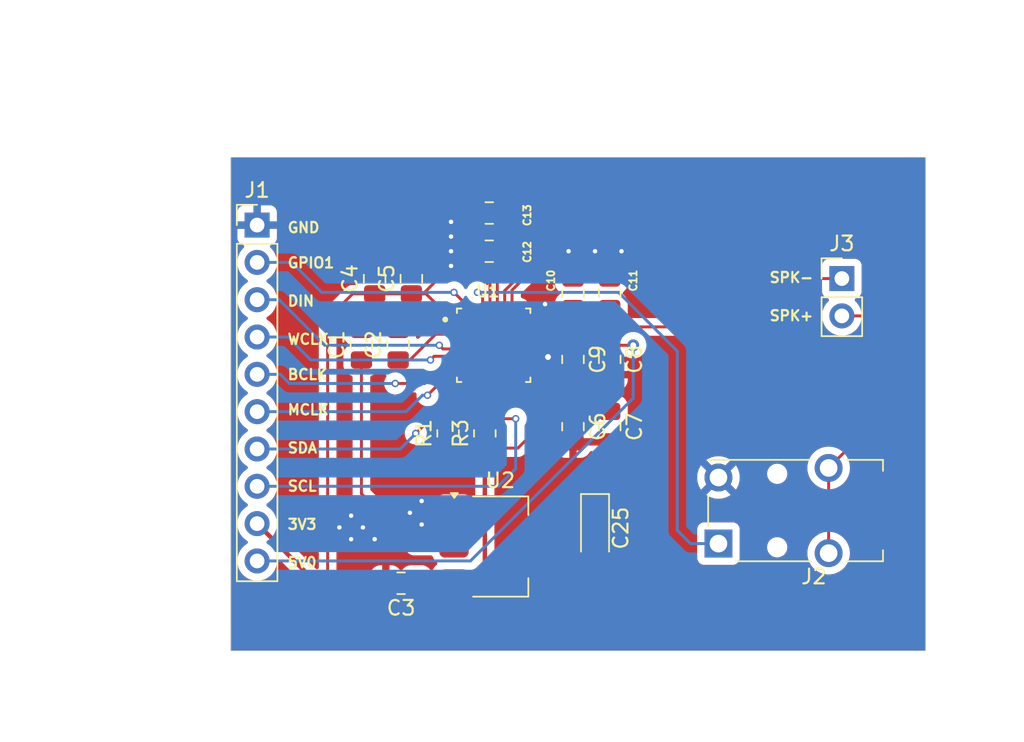
<source format=kicad_pcb>
(kicad_pcb (version 20241229) (generator "pcbnew") (generator_version "9.0")
  (layers (0 "F.Cu" signal) (2 "B.Cu" signal) (13 "F.Paste" user) (15 "B.Paste" user) (5 "F.SilkS" user "F.Silkscreen") (7 "B.SilkS" user "B.Silkscreen") (1 "F.Mask" user) (3 "B.Mask" user) (25 "Edge.Cuts" user))
  (net 0 "")
  (net 6 "SCL")
  (net 7 "MCLK")
  (net 8 "GPIO1")
  (net 9 "WCLK")
  (net 10 "BCLK")
  (net 11 "SDA")
  (net 12 "GND")
  (net 13 "VOL{slash}MICDET")
  (net 14 "3V3")
  (net 15 "1V8")
  (net 16 "DIN")
  (net 17 "5V0")
  (net 18 "Net-(U1-HPR)")
  (net 19 "Net-(U1-HPL)")
  (net 20 "Net-(J3-Pin_2)")
  (net 21 "Net-(J3-Pin_1)")
  (footprint "Capacitor_SMD:C_0805_2012Metric_Pad1.18x1.45mm_HandSolder" (layer "F.Cu") (at 144.8 74 180)
    (property "Reference" "C13" (at -2.5875 -0.15 90) (layer "F.SilkS") (effects (font (size 0.5 0.5) (thickness 0.125))))
    (property "Value" "10uF")
    (fp_line (start -0.261252 0.735) (end 0.261252 0.735) (stroke (width 0.12)) (layer "F.SilkS"))
    (fp_line (start -0.261252 -0.735) (end 0.261252 -0.735) (stroke (width 0.12)) (layer "F.SilkS"))
    (pad "1" smd roundrect (at -1.0375 0 180) (size 1.175 1.45) (layers "F.Cu" "F.Mask" "F.Paste") (roundrect_rratio 0.212766) (net 14 "3V3"))
    (pad "2" smd roundrect (at 1.0375 0 180) (size 1.175 1.45) (layers "F.Cu" "F.Mask" "F.Paste") (roundrect_rratio 0.212766) (net 12 "GND"))
  )
  (footprint "Capacitor_SMD:C_0805_2012Metric_Pad1.18x1.45mm_HandSolder" (layer "F.Cu") (at 139.5 78.4625 90)
    (property "Reference" "C5" (at 0 -1.68 90) (layer "F.SilkS"))
    (property "Value" "10uF")
    (fp_line (start -0.261252 -0.735) (end 0.261252 -0.735) (stroke (width 0.12)) (layer "F.SilkS"))
    (fp_line (start -0.261252 0.735) (end 0.261252 0.735) (stroke (width 0.12)) (layer "F.SilkS"))
    (pad "1" smd roundrect (at -1.0375 0 90) (size 1.175 1.45) (layers "F.Cu" "F.Mask" "F.Paste") (roundrect_rratio 0.212766) (net 14 "3V3"))
    (pad "2" smd roundrect (at 1.0375 0 90) (size 1.175 1.45) (layers "F.Cu" "F.Mask" "F.Paste") (roundrect_rratio 0.212766) (net 12 "GND"))
  )
  (footprint "Capacitor_SMD:C_0805_2012Metric_Pad1.18x1.45mm_HandSolder" (layer "F.Cu") (at 150.5 83.9625 -90)
    (property "Reference" "C9" (at 0 -1.68 90) (layer "F.SilkS"))
    (property "Value" "22uF")
    (fp_line (start -0.261252 0.735) (end 0.261252 0.735) (stroke (width 0.12)) (layer "F.SilkS"))
    (fp_line (start -0.261252 -0.735) (end 0.261252 -0.735) (stroke (width 0.12)) (layer "F.SilkS"))
    (pad "1" smd roundrect (at -1.0375 0 270) (size 1.175 1.45) (layers "F.Cu" "F.Mask" "F.Paste") (roundrect_rratio 0.212766) (net 17 "5V0"))
    (pad "2" smd roundrect (at 1.0375 0 270) (size 1.175 1.45) (layers "F.Cu" "F.Mask" "F.Paste") (roundrect_rratio 0.212766) (net 12 "GND"))
  )
  (footprint "Connector_PinHeader_2.54mm:PinHeader_1x02_P2.54mm_Vertical" (layer "F.Cu") (at 168.8 78.46)
    (property "Reference" "J3" (at 0 -2.38 0) (layer "F.SilkS"))
    (property "Value" "Conn_01x02_Pin")
    (fp_line (start -1.38 -1.38) (end 0 -1.38) (stroke (width 0.12)) (layer "F.SilkS"))
    (fp_line (start -1.38 0) (end -1.38 -1.38) (stroke (width 0.12)) (layer "F.SilkS"))
    (fp_line (start -1.38 1.27) (end -1.38 3.92) (stroke (width 0.12)) (layer "F.SilkS"))
    (fp_line (start -1.38 1.27) (end 1.38 1.27) (stroke (width 0.12)) (layer "F.SilkS"))
    (fp_line (start -1.38 3.92) (end 1.38 3.92) (stroke (width 0.12)) (layer "F.SilkS"))
    (fp_line (start 1.38 1.27) (end 1.38 3.92) (stroke (width 0.12)) (layer "F.SilkS"))
    (pad "1" thru_hole rect (at 0 0) (size 1.7 1.7) (drill 1) (layers "*.Cu" "*.Mask") (net 21 "Net-(J3-Pin_1)"))
    (pad "2" thru_hole circle (at 0 2.54) (size 1.7 1.7) (drill 1) (layers "*.Cu" "*.Mask") (net 20 "Net-(J3-Pin_2)"))
  )
  (footprint "Capacitor_SMD:C_0805_2012Metric_Pad1.18x1.45mm_HandSolder" (layer "F.Cu") (at 150.5 88.5375 -90)
    (property "Reference" "C6" (at 0 -1.68 90) (layer "F.SilkS"))
    (property "Value" "0.1uF")
    (fp_line (start -0.261252 0.735) (end 0.261252 0.735) (stroke (width 0.12)) (layer "F.SilkS"))
    (fp_line (start -0.261252 -0.735) (end 0.261252 -0.735) (stroke (width 0.12)) (layer "F.SilkS"))
    (pad "1" smd roundrect (at -1.0375 0 270) (size 1.175 1.45) (layers "F.Cu" "F.Mask" "F.Paste") (roundrect_rratio 0.212766) (net 14 "3V3"))
    (pad "2" smd roundrect (at 1.0375 0 270) (size 1.175 1.45) (layers "F.Cu" "F.Mask" "F.Paste") (roundrect_rratio 0.212766) (net 12 "GND"))
  )
  (footprint "Capacitor_SMD:C_0805_2012Metric_Pad1.18x1.45mm_HandSolder" (layer "F.Cu") (at 136.1 82.9625 90)
    (property "Reference" "C1" (at 0 -1.68 90) (layer "F.SilkS"))
    (property "Value" "0.1uF")
    (fp_line (start -0.261252 -0.735) (end 0.261252 -0.735) (stroke (width 0.12)) (layer "F.SilkS"))
    (fp_line (start -0.261252 0.735) (end 0.261252 0.735) (stroke (width 0.12)) (layer "F.SilkS"))
    (pad "1" smd roundrect (at -1.0375 0 90) (size 1.175 1.45) (layers "F.Cu" "F.Mask" "F.Paste") (roundrect_rratio 0.212766) (net 15 "1V8"))
    (pad "2" smd roundrect (at 1.0375 0 90) (size 1.175 1.45) (layers "F.Cu" "F.Mask" "F.Paste") (roundrect_rratio 0.212766) (net 12 "GND"))
  )
  (footprint "Capacitor_SMD:C_0805_2012Metric_Pad1.18x1.45mm_HandSolder" (layer "F.Cu") (at 137 78.4625 90)
    (property "Reference" "C4" (at 0 -1.68 90) (layer "F.SilkS"))
    (property "Value" "0.1uF")
    (fp_line (start -0.261252 -0.735) (end 0.261252 -0.735) (stroke (width 0.12)) (layer "F.SilkS"))
    (fp_line (start -0.261252 0.735) (end 0.261252 0.735) (stroke (width 0.12)) (layer "F.SilkS"))
    (pad "1" smd roundrect (at -1.0375 0 90) (size 1.175 1.45) (layers "F.Cu" "F.Mask" "F.Paste") (roundrect_rratio 0.212766) (net 14 "3V3"))
    (pad "2" smd roundrect (at 1.0375 0 90) (size 1.175 1.45) (layers "F.Cu" "F.Mask" "F.Paste") (roundrect_rratio 0.212766) (net 12 "GND"))
  )
  (footprint "MY_AUDIO:QFN50P500X500X100-33N" (layer "F.Cu") (at 145.1 83)
    (property "Reference" "U1" (at -0.41 -3.683 0) (layer "F.SilkS") (effects (font (size 0.8 0.8))))
    (property "Value" "~")
    (fp_line (start -2.5 -2.5) (end -2.5 -2.195) (stroke (width 0.127)) (layer "F.SilkS"))
    (fp_line (start -2.5 -2.5) (end -2.195 -2.5) (stroke (width 0.127)) (layer "F.SilkS"))
    (fp_line (start -2.5 2.5) (end -2.5 2.195) (stroke (width 0.127)) (layer "F.SilkS"))
    (fp_line (start -2.5 2.5) (end -2.195 2.5) (stroke (width 0.127)) (layer "F.SilkS"))
    (fp_line (start 2.5 -2.5) (end 2.195 -2.5) (stroke (width 0.127)) (layer "F.SilkS"))
    (fp_line (start 2.5 -2.5) (end 2.5 -2.195) (stroke (width 0.127)) (layer "F.SilkS"))
    (fp_line (start 2.5 2.5) (end 2.195 2.5) (stroke (width 0.127)) (layer "F.SilkS"))
    (fp_line (start 2.5 2.5) (end 2.5 2.195) (stroke (width 0.127)) (layer "F.SilkS"))
    (fp_circle (center -3.295 -1.75) (end -3.195 -1.75) (stroke (width 0.2)) (fill no) (layer "F.SilkS"))
    (pad "1" smd roundrect (at -2.4 -1.75) (size 0.6 0.25) (layers "F.Cu" "F.Paste") (roundrect_rratio 0.125) (net 12 "GND"))
    (pad "2" smd roundrect (at -2.4 -1.25) (size 0.6 0.25) (layers "F.Cu" "F.Paste") (roundrect_rratio 0.125) (net 14 "3V3"))
    (pad "3" smd roundrect (at -2.4 -0.75) (size 0.6 0.25) (layers "F.Cu" "F.Paste") (roundrect_rratio 0.125) (net 15 "1V8"))
    (pad "4" smd roundrect (at -2.4 -0.25) (size 0.6 0.25) (layers "F.Cu" "F.Paste") (roundrect_rratio 0.125))
    (pad "5" smd roundrect (at -2.4 0.25) (size 0.6 0.25) (layers "F.Cu" "F.Paste") (roundrect_rratio 0.125) (net 16 "DIN"))
    (pad "6" smd roundrect (at -2.4 0.75) (size 0.6 0.25) (layers "F.Cu" "F.Paste") (roundrect_rratio 0.125) (net 9 "WCLK"))
    (pad "7" smd roundrect (at -2.4 1.25) (size 0.6 0.25) (layers "F.Cu" "F.Paste") (roundrect_rratio 0.125) (net 10 "BCLK"))
    (pad "8" smd roundrect (at -2.4 1.75) (size 0.6 0.25) (layers "F.Cu" "F.Paste") (roundrect_rratio 0.125) (net 7 "MCLK"))
    (pad "9" smd roundrect (at -1.75 2.4) (size 0.25 0.6) (layers "F.Cu" "F.Paste") (roundrect_rratio 0.125) (net 11 "SDA"))
    (pad "10" smd roundrect (at -1.25 2.4) (size 0.25 0.6) (layers "F.Cu" "F.Paste") (roundrect_rratio 0.125) (net 6 "SCL"))
    (pad "11" smd roundrect (at -0.75 2.4) (size 0.25 0.6) (layers "F.Cu" "F.Paste") (roundrect_rratio 0.125) (net 13 "VOL{slash}MICDET"))
    (pad "12" smd roundrect (at -0.25 2.4) (size 0.25 0.6) (layers "F.Cu" "F.Paste") (roundrect_rratio 0.125))
    (pad "13" smd roundrect (at 0.25 2.4) (size 0.25 0.6) (layers "F.Cu" "F.Paste") (roundrect_rratio 0.125) (net 12 "GND"))
    (pad "14" smd roundrect (at 0.75 2.4) (size 0.25 0.6) (layers "F.Cu" "F.Paste") (roundrect_rratio 0.125) (net 12 "GND"))
    (pad "15" smd roundrect (at 1.25 2.4) (size 0.25 0.6) (layers "F.Cu" "F.Paste") (roundrect_rratio 0.125))
    (pad "16" smd roundrect (at 1.75 2.4) (size 0.25 0.6) (layers "F.Cu" "F.Paste") (roundrect_rratio 0.125) (net 12 "GND"))
    (pad "17" smd roundrect (at 2.4 1.75) (size 0.6 0.25) (layers "F.Cu" "F.Paste") (roundrect_rratio 0.125) (net 14 "3V3"))
    (pad "18" smd roundrect (at 2.4 1.25) (size 0.6 0.25) (layers "F.Cu" "F.Paste") (roundrect_rratio 0.125) (net 12 "GND"))
    (pad "19" smd roundrect (at 2.4 0.75) (size 0.6 0.25) (layers "F.Cu" "F.Paste") (roundrect_rratio 0.125) (net 21 "Net-(J3-Pin_1)"))
    (pad "20" smd roundrect (at 2.4 0.25) (size 0.6 0.25) (layers "F.Cu" "F.Paste") (roundrect_rratio 0.125) (net 12 "GND"))
    (pad "21" smd roundrect (at 2.4 -0.25) (size 0.6 0.25) (layers "F.Cu" "F.Paste") (roundrect_rratio 0.125) (net 17 "5V0"))
    (pad "22" smd roundrect (at 2.4 -0.75) (size 0.6 0.25) (layers "F.Cu" "F.Paste") (roundrect_rratio 0.125) (net 20 "Net-(J3-Pin_2)"))
    (pad "23" smd roundrect (at 2.4 -1.25) (size 0.6 0.25) (layers "F.Cu" "F.Paste") (roundrect_rratio 0.125) (net 21 "Net-(J3-Pin_1)"))
    (pad "24" smd roundrect (at 2.4 -1.75) (size 0.6 0.25) (layers "F.Cu" "F.Paste") (roundrect_rratio 0.125) (net 17 "5V0"))
    (pad "25" smd roundrect (at 1.75 -2.4) (size 0.25 0.6) (layers "F.Cu" "F.Paste") (roundrect_rratio 0.125) (net 12 "GND"))
    (pad "26" smd roundrect (at 1.25 -2.4) (size 0.25 0.6) (layers "F.Cu" "F.Paste") (roundrect_rratio 0.125) (net 20 "Net-(J3-Pin_2)"))
    (pad "27" smd roundrect (at 0.75 -2.4) (size 0.25 0.6) (layers "F.Cu" "F.Paste") (roundrect_rratio 0.125) (net 19 "Net-(U1-HPL)"))
    (pad "28" smd roundrect (at 0.25 -2.4) (size 0.25 0.6) (layers "F.Cu" "F.Paste") (roundrect_rratio 0.125) (net 14 "3V3"))
    (pad "29" smd roundrect (at -0.25 -2.4) (size 0.25 0.6) (layers "F.Cu" "F.Paste") (roundrect_rratio 0.125) (net 12 "GND"))
    (pad "30" smd roundrect (at -0.75 -2.4) (size 0.25 0.6) (layers "F.Cu" "F.Paste") (roundrect_rratio 0.125) (net 18 "Net-(U1-HPR)"))
    (pad "31" smd roundrect (at -1.25 -2.4) (size 0.25 0.6) (layers "F.Cu" "F.Paste") (roundrect_rratio 0.125))
    (pad "32" smd roundrect (at -1.75 -2.4) (size 0.25 0.6) (layers "F.Cu" "F.Paste") (roundrect_rratio 0.125) (net 8 "GPIO1"))
    (pad "33" smd rect (at 0 0) (size 2.1 2.1) (layers "F.Cu"))
  )
  (footprint "Resistor_SMD:R_0805_2012Metric_Pad1.20x1.40mm_HandSolder" (layer "F.Cu") (at 144.5 89 90)
    (property "Reference" "R3" (at 0 -1.65 90) (layer "F.SilkS"))
    (property "Value" "R")
    (fp_line (start -0.227064 -0.735) (end 0.227064 -0.735) (stroke (width 0.12)) (layer "F.SilkS"))
    (fp_line (start -0.227064 0.735) (end 0.227064 0.735) (stroke (width 0.12)) (layer "F.SilkS"))
    (pad "1" smd roundrect (at -1 0 90) (size 1.2 1.4) (layers "F.Cu" "F.Mask" "F.Paste") (roundrect_rratio 0.208333) (net 14 "3V3"))
    (pad "2" smd roundrect (at 1 0 90) (size 1.2 1.4) (layers "F.Cu" "F.Mask" "F.Paste") (roundrect_rratio 0.208333) (net 6 "SCL"))
  )
  (footprint "Capacitor_SMD:C_0805_2012Metric_Pad1.18x1.45mm_HandSolder" (layer "F.Cu") (at 153 83.9625 -90)
    (property "Reference" "C8" (at 0 -1.68 90) (layer "F.SilkS"))
    (property "Value" "0.1uF")
    (fp_line (start -0.261252 0.735) (end 0.261252 0.735) (stroke (width 0.12)) (layer "F.SilkS"))
    (fp_line (start -0.261252 -0.735) (end 0.261252 -0.735) (stroke (width 0.12)) (layer "F.SilkS"))
    (pad "1" smd roundrect (at -1.0375 0 270) (size 1.175 1.45) (layers "F.Cu" "F.Mask" "F.Paste") (roundrect_rratio 0.212766) (net 17 "5V0"))
    (pad "2" smd roundrect (at 1.0375 0 270) (size 1.175 1.45) (layers "F.Cu" "F.Mask" "F.Paste") (roundrect_rratio 0.212766) (net 12 "GND"))
  )
  (footprint "Capacitor_SMD:C_0805_2012Metric_Pad1.18x1.45mm_HandSolder" (layer "F.Cu") (at 153 79.4625 90)
    (property "Reference" "C11" (at 0.8625 1.6 270) (layer "F.SilkS") (effects (font (size 0.5 0.5) (thickness 0.125))))
    (property "Value" "22uF")
    (fp_line (start -0.261252 -0.735) (end 0.261252 -0.735) (stroke (width 0.12)) (layer "F.SilkS"))
    (fp_line (start -0.261252 0.735) (end 0.261252 0.735) (stroke (width 0.12)) (layer "F.SilkS"))
    (pad "1" smd roundrect (at -1.0375 0 90) (size 1.175 1.45) (layers "F.Cu" "F.Mask" "F.Paste") (roundrect_rratio 0.212766) (net 17 "5V0"))
    (pad "2" smd roundrect (at 1.0375 0 90) (size 1.175 1.45) (layers "F.Cu" "F.Mask" "F.Paste") (roundrect_rratio 0.212766) (net 12 "GND"))
  )
  (footprint "Connector_PinHeader_2.54mm:PinHeader_1x10_P2.54mm_Vertical" (layer "F.Cu") (at 129 74.82)
    (property "Reference" "J1" (at 0 -2.38 0) (layer "F.SilkS"))
    (property "Value" "Conn_01x10_Pin")
    (fp_line (start -1.38 -1.38) (end 0 -1.38) (stroke (width 0.12)) (layer "F.SilkS"))
    (fp_line (start -1.38 0) (end -1.38 -1.38) (stroke (width 0.12)) (layer "F.SilkS"))
    (fp_line (start -1.38 1.27) (end -1.38 24.24) (stroke (width 0.12)) (layer "F.SilkS"))
    (fp_line (start -1.38 1.27) (end 1.38 1.27) (stroke (width 0.12)) (layer "F.SilkS"))
    (fp_line (start -1.38 24.24) (end 1.38 24.24) (stroke (width 0.12)) (layer "F.SilkS"))
    (fp_line (start 1.38 1.27) (end 1.38 24.24) (stroke (width 0.12)) (layer "F.SilkS"))
    (pad "1" thru_hole rect (at 0 0) (size 1.7 1.7) (drill 1) (layers "*.Cu" "*.Mask") (net 12 "GND"))
    (pad "2" thru_hole circle (at 0 2.54) (size 1.7 1.7) (drill 1) (layers "*.Cu" "*.Mask") (net 8 "GPIO1"))
    (pad "3" thru_hole circle (at 0 5.08) (size 1.7 1.7) (drill 1) (layers "*.Cu" "*.Mask") (net 16 "DIN"))
    (pad "4" thru_hole circle (at 0 7.62) (size 1.7 1.7) (drill 1) (layers "*.Cu" "*.Mask") (net 9 "WCLK"))
    (pad "5" thru_hole circle (at 0 10.16) (size 1.7 1.7) (drill 1) (layers "*.Cu" "*.Mask") (net 10 "BCLK"))
    (pad "6" thru_hole circle (at 0 12.7) (size 1.7 1.7) (drill 1) (layers "*.Cu" "*.Mask") (net 7 "MCLK"))
    (pad "7" thru_hole circle (at 0 15.24) (size 1.7 1.7) (drill 1) (layers "*.Cu" "*.Mask") (net 11 "SDA"))
    (pad "8" thru_hole circle (at 0 17.78) (size 1.7 1.7) (drill 1) (layers "*.Cu" "*.Mask") (net 6 "SCL"))
    (pad "9" thru_hole circle (at 0 20.32) (size 1.7 1.7) (drill 1) (layers "*.Cu" "*.Mask") (net 14 "3V3"))
    (pad "10" thru_hole circle (at 0 22.86) (size 1.7 1.7) (drill 1) (layers "*.Cu" "*.Mask") (net 17 "5V0"))
  )
  (footprint "Capacitor_Tantalum_SMD:CP_EIA-3216-18_Kemet-A" (layer "F.Cu") (at 152 95.4475 -90)
    (property "Reference" "C25" (at 0 -1.75 90) (layer "F.SilkS"))
    (property "Value" "47uF")
    (fp_line (start -2.32 0.955) (end 1.6 0.955) (stroke (width 0.12)) (layer "F.SilkS"))
    (fp_line (start -2.32 -0.955) (end -2.32 0.955) (stroke (width 0.12)) (layer "F.SilkS"))
    (fp_line (start 1.6 -0.955) (end -2.32 -0.955) (stroke (width 0.12)) (layer "F.SilkS"))
    (pad "1" smd roundrect (at -1.3525 0 270) (size 1.415 1.39) (layers "F.Cu" "F.Mask" "F.Paste") (roundrect_rratio 0.179856) (net 15 "1V8"))
    (pad "2" smd roundrect (at 1.3525 0 270) (size 1.415 1.39) (layers "F.Cu" "F.Mask" "F.Paste") (roundrect_rratio 0.179856) (net 12 "GND"))
  )
  (footprint "Capacitor_SMD:C_0805_2012Metric_Pad1.18x1.45mm_HandSolder" (layer "F.Cu") (at 138.6 82.9625 90)
    (property "Reference" "C2" (at 0 -1.68 90) (layer "F.SilkS"))
    (property "Value" "10uF")
    (fp_line (start -0.261252 -0.735) (end 0.261252 -0.735) (stroke (width 0.12)) (layer "F.SilkS"))
    (fp_line (start -0.261252 0.735) (end 0.261252 0.735) (stroke (width 0.12)) (layer "F.SilkS"))
    (pad "1" smd roundrect (at -1.0375 0 90) (size 1.175 1.45) (layers "F.Cu" "F.Mask" "F.Paste") (roundrect_rratio 0.212766) (net 15 "1V8"))
    (pad "2" smd roundrect (at 1.0375 0 90) (size 1.175 1.45) (layers "F.Cu" "F.Mask" "F.Paste") (roundrect_rratio 0.212766) (net 12 "GND"))
  )
  (footprint "Capacitor_SMD:C_0805_2012Metric_Pad1.18x1.45mm_HandSolder" (layer "F.Cu") (at 138.8 99.2 180)
    (property "Reference" "C3" (at 0 -1.68 0) (layer "F.SilkS"))
    (property "Value" "10uF")
    (fp_line (start -0.261252 0.735) (end 0.261252 0.735) (stroke (width 0.12)) (layer "F.SilkS"))
    (fp_line (start -0.261252 -0.735) (end 0.261252 -0.735) (stroke (width 0.12)) (layer "F.SilkS"))
    (pad "1" smd roundrect (at -1.0375 0 180) (size 1.175 1.45) (layers "F.Cu" "F.Mask" "F.Paste") (roundrect_rratio 0.212766) (net 14 "3V3"))
    (pad "2" smd roundrect (at 1.0375 0 180) (size 1.175 1.45) (layers "F.Cu" "F.Mask" "F.Paste") (roundrect_rratio 0.212766) (net 12 "GND"))
  )
  (footprint "Connector_Audio:Jack_3.5mm_Switronic_ST-005-G_horizontal" (layer "F.Cu") (at 166.9 94.25 180)
    (property "Reference" "J2" (at 0 -4.5 0) (layer "F.SilkS"))
    (property "Value" "AudioJack3")
    (fp_line (start 7.2 -1.05) (end 7.2 1.05) (stroke (width 0.12)) (layer "F.SilkS"))
    (fp_line (start 0.2 3.45) (end 7.2 3.45) (stroke (width 0.12)) (layer "F.SilkS"))
    (fp_line (start 0.2 -3.45) (end 5.3 -3.45) (stroke (width 0.12)) (layer "F.SilkS"))
    (fp_line (start -2.2 3.45) (end -4.7 3.45) (stroke (width 0.12)) (layer "F.SilkS"))
    (fp_line (start -4.7 3.45) (end -4.7 2.7) (stroke (width 0.12)) (layer "F.SilkS"))
    (fp_line (start -4.7 -2.7) (end -4.7 -3.45) (stroke (width 0.12)) (layer "F.SilkS"))
    (fp_line (start -4.7 -3.45) (end -2.2 -3.45) (stroke (width 0.12)) (layer "F.SilkS"))
    (pad "" np_thru_hole circle (at 2.5 -2.5 180) (size 1 1) (drill 1) (layers "*.Cu" "*.Mask"))
    (pad "" np_thru_hole circle (at 2.5 2.5 180) (size 1 1) (drill 1) (layers "*.Cu" "*.Mask"))
    (pad "R" thru_hole rect (at 6.5 -2.25 180) (size 1.9 1.9) (drill 1.2) (layers "*.Cu" "*.Mask") (net 18 "Net-(U1-HPR)"))
    (pad "S" thru_hole circle (at 6.5 2.25 180) (size 1.9 1.9) (drill 1.2) (layers "*.Cu" "*.Mask") (net 12 "GND"))
    (pad "T" thru_hole circle (at -1 -2.9 180) (size 1.9 1.9) (drill 1.2) (layers "*.Cu" "*.Mask") (net 19 "Net-(U1-HPL)"))
    (pad "T" thru_hole circle (at -1 2.9 180) (size 1.9 1.9) (drill 1.2) (layers "*.Cu" "*.Mask") (net 19 "Net-(U1-HPL)"))
  )
  (footprint "Package_TO_SOT_SMD:SOT-223-3_TabPin2" (layer "F.Cu") (at 145.55 96.7)
    (property "Reference" "U2" (at 0 -4.5 0) (layer "F.SilkS"))
    (property "Value" "AMS1117-1.8")
    (fp_line (start -1.85 -3.41) (end 1.91 -3.41) (stroke (width 0.12)) (layer "F.SilkS"))
    (fp_line (start -1.85 3.41) (end 1.91 3.41) (stroke (width 0.12)) (layer "F.SilkS"))
    (fp_line (start 1.91 -3.41) (end 1.91 -2.15) (stroke (width 0.12)) (layer "F.SilkS"))
    (fp_line (start 1.91 3.41) (end 1.91 2.15) (stroke (width 0.12)) (layer "F.SilkS"))
    (fp_poly (pts (xy -3.13 -3.31) (xy -3.37 -3.64) (xy -2.89 -3.64) (xy -3.13 -3.31)) (stroke (width 0.12)) (fill yes) (layer "F.SilkS"))
    (pad "1" smd roundrect (at -3.15 -2.3) (size 2 1.5) (layers "F.Cu" "F.Mask" "F.Paste") (net 12 "GND"))
    (pad "2" smd roundrect (at -3.15 0) (size 2 1.5) (layers "F.Cu" "F.Mask" "F.Paste") (net 15 "1V8"))
    (pad "2" smd roundrect (at 3.15 0) (size 2 3.8) (layers "F.Cu" "F.Mask" "F.Paste") (net 15 "1V8"))
    (pad "3" smd roundrect (at -3.15 2.3) (size 2 1.5) (layers "F.Cu" "F.Mask" "F.Paste") (net 14 "3V3"))
  )
  (footprint "Capacitor_SMD:C_0805_2012Metric_Pad1.18x1.45mm_HandSolder" (layer "F.Cu") (at 144.8 76.6 180)
    (property "Reference" "C12" (at -2.5875 -0.05 90) (layer "F.SilkS") (effects (font (size 0.5 0.5) (thickness 0.125))))
    (property "Value" "0.1uF")
    (fp_line (start -0.261252 0.735) (end 0.261252 0.735) (stroke (width 0.12)) (layer "F.SilkS"))
    (fp_line (start -0.261252 -0.735) (end 0.261252 -0.735) (stroke (width 0.12)) (layer "F.SilkS"))
    (pad "1" smd roundrect (at -1.0375 0 180) (size 1.175 1.45) (layers "F.Cu" "F.Mask" "F.Paste") (roundrect_rratio 0.212766) (net 14 "3V3"))
    (pad "2" smd roundrect (at 1.0375 0 180) (size 1.175 1.45) (layers "F.Cu" "F.Mask" "F.Paste") (roundrect_rratio 0.212766) (net 12 "GND"))
  )
  (footprint "Resistor_SMD:R_0805_2012Metric_Pad1.20x1.40mm_HandSolder" (layer "F.Cu") (at 142 89 90)
    (property "Reference" "R1" (at 0 -1.65 90) (layer "F.SilkS"))
    (property "Value" "R")
    (fp_line (start -0.227064 -0.735) (end 0.227064 -0.735) (stroke (width 0.12)) (layer "F.SilkS"))
    (fp_line (start -0.227064 0.735) (end 0.227064 0.735) (stroke (width 0.12)) (layer "F.SilkS"))
    (pad "1" smd roundrect (at -1 0 90) (size 1.2 1.4) (layers "F.Cu" "F.Mask" "F.Paste") (roundrect_rratio 0.208333) (net 14 "3V3"))
    (pad "2" smd roundrect (at 1 0 90) (size 1.2 1.4) (layers "F.Cu" "F.Mask" "F.Paste") (roundrect_rratio 0.208333) (net 11 "SDA"))
  )
  (footprint "Capacitor_SMD:C_0805_2012Metric_Pad1.18x1.45mm_HandSolder" (layer "F.Cu") (at 153 88.5375 -90)
    (property "Reference" "C7" (at 0 -1.68 90) (layer "F.SilkS"))
    (property "Value" "10uF")
    (fp_line (start -0.261252 0.735) (end 0.261252 0.735) (stroke (width 0.12)) (layer "F.SilkS"))
    (fp_line (start -0.261252 -0.735) (end 0.261252 -0.735) (stroke (width 0.12)) (layer "F.SilkS"))
    (pad "1" smd roundrect (at -1.0375 0 270) (size 1.175 1.45) (layers "F.Cu" "F.Mask" "F.Paste") (roundrect_rratio 0.212766) (net 14 "3V3"))
    (pad "2" smd roundrect (at 1.0375 0 270) (size 1.175 1.45) (layers "F.Cu" "F.Mask" "F.Paste") (roundrect_rratio 0.212766) (net 12 "GND"))
  )
  (footprint "Capacitor_SMD:C_0805_2012Metric_Pad1.18x1.45mm_HandSolder" (layer "F.Cu") (at 150.5 79.4625 90)
    (property "Reference" "C10" (at 0.8625 -1.5 270) (layer "F.SilkS") (effects (font (size 0.5 0.5) (thickness 0.125))))
    (property "Value" "0.1uF")
    (fp_line (start -0.261252 -0.735) (end 0.261252 -0.735) (stroke (width 0.12)) (layer "F.SilkS"))
    (fp_line (start -0.261252 0.735) (end 0.261252 0.735) (stroke (width 0.12)) (layer "F.SilkS"))
    (pad "1" smd roundrect (at -1.0375 0 90) (size 1.175 1.45) (layers "F.Cu" "F.Mask" "F.Paste") (roundrect_rratio 0.212766) (net 17 "5V0"))
    (pad "2" smd roundrect (at 1.0375 0 90) (size 1.175 1.45) (layers "F.Cu" "F.Mask" "F.Paste") (roundrect_rratio 0.212766) (net 12 "GND"))
  )
  (gr_rect (start 127.2 70.2) (end 174.5 103.8) (stroke (width 0.05)) (fill no) (layer "Edge.Cuts"))
  (gr_text "GPIO1" (at 131 77.8 0) (layer "F.SilkS") (effects (font (size 0.7 0.7)) (justify left bottom)))
  (gr_text "MCLK" (at 131 87.8 0) (layer "F.SilkS") (effects (font (size 0.7 0.7)) (justify left bottom)))
  (gr_text "WCLK" (at 131 83 0) (layer "F.SilkS") (effects (font (size 0.7 0.7)) (justify left bottom)))
  (gr_text "SDA" (at 131 90.4 0) (layer "F.SilkS") (effects (font (size 0.7 0.7)) (justify left bottom)))
  (gr_text "DIN" (at 131 80.4 0) (layer "F.SilkS") (effects (font (size 0.7 0.7)) (justify left bottom)))
  (gr_text "GND" (at 131 75.4 0) (layer "F.SilkS") (effects (font (size 0.7 0.7)) (justify left bottom)))
  (gr_text "SCL" (at 131 93 0) (layer "F.SilkS") (effects (font (size 0.7 0.7)) (justify left bottom)))
  (gr_text "BCLK" (at 131 85.4 0) (layer "F.SilkS") (effects (font (size 0.7 0.7)) (justify left bottom)))
  (gr_text "SPK-" (at 163.8 78.8 0) (layer "F.SilkS") (effects (font (size 0.7 0.7)) (justify left bottom)))
  (gr_text "5V0" (at 131 98.2 0) (layer "F.SilkS") (effects (font (size 0.7 0.7)) (justify left bottom)))
  (gr_text "3V3" (at 131 95.6 0) (layer "F.SilkS") (effects (font (size 0.7 0.7)) (justify left bottom)))
  (gr_text "SPK+" (at 163.8 81.4 0) (layer "F.SilkS") (effects (font (size 0.7 0.7)) (justify left bottom)))
  (segment (start 143.85 87.35) (end 143.85 85.4) (width 0.2) (layer "F.Cu") (net 6))
  (segment (start 144.5 88) (end 143.85 87.35) (width 0.2) (layer "F.Cu") (net 6))
  (segment (start 146.6 88) (end 144.5 88) (width 0.2) (layer "F.Cu") (net 6))
  (via (at 146.6 88) (size 0.5) (drill 0.3) (layers "F.Cu" "B.Cu") (net 6))
  (segment (start 146.6 91.4) (end 146.6 88) (width 0.2) (layer "B.Cu") (net 6))
  (segment (start 129 92.6) (end 145.4 92.6) (width 0.2) (layer "B.Cu") (net 6))
  (segment (start 145.4 92.6) (end 146.6 91.4) (width 0.2) (layer "B.Cu") (net 6))
  (segment (start 142.25 84.75) (end 142.7 84.75) (width 0.2) (layer "F.Cu") (net 7))
  (segment (start 140.6 86.4) (end 142.25 84.75) (width 0.2) (layer "F.Cu") (net 7))
  (via (at 140.6 86.4) (size 0.5) (drill 0.3) (layers "F.Cu" "B.Cu") (net 7))
  (segment (start 139.136236 87.52) (end 140.256236 86.4) (width 0.2) (layer "B.Cu") (net 7))
  (segment (start 129 87.52) (end 139.136236 87.52) (width 0.2) (layer "B.Cu") (net 7))
  (segment (start 140.256236 86.4) (end 140.6 86.4) (width 0.2) (layer "B.Cu") (net 7))
  (segment (start 143.35 80.6) (end 143.35 80.35) (width 0.2) (layer "F.Cu") (net 8))
  (segment (start 143.35 80.35) (end 142.4 79.4) (width 0.2) (layer "F.Cu") (net 8))
  (via (at 142.4 79.4) (size 0.5) (drill 0.3) (layers "F.Cu" "B.Cu") (net 8))
  (segment (start 133.4 79.4) (end 131.36 77.36) (width 0.2) (layer "B.Cu") (net 8))
  (segment (start 131.36 77.36) (end 129 77.36) (width 0.2) (layer "B.Cu") (net 8))
  (segment (start 142.4 79.4) (end 133.4 79.4) (width 0.2) (layer "B.Cu") (net 8))
  (segment (start 141.05 83.75) (end 142.7 83.75) (width 0.2) (layer "F.Cu") (net 9))
  (segment (start 140.8 84) (end 141.05 83.75) (width 0.2) (layer "F.Cu") (net 9))
  (via (at 140.8 84) (size 0.5) (drill 0.3) (layers "F.Cu" "B.Cu") (net 9))
  (segment (start 131.092515 82.44) (end 129 82.44) (width 0.2) (layer "B.Cu") (net 9))
  (segment (start 140.8 84) (end 132.652515 84) (width 0.2) (layer "B.Cu") (net 9))
  (segment (start 132.652515 84) (end 131.092515 82.44) (width 0.2) (layer "B.Cu") (net 9))
  (segment (start 142.7 84.25) (end 141.75 84.25) (width 0.2) (layer "F.Cu") (net 10))
  (segment (start 140.4 85.6) (end 141.75 84.25) (width 0.2) (layer "F.Cu") (net 10))
  (segment (start 140.4 85.6) (end 138.4 85.6) (width 0.2) (layer "F.Cu") (net 10))
  (via (at 138.4 85.6) (size 0.5) (drill 0.3) (layers "F.Cu" "B.Cu") (net 10))
  (segment (start 131.2 85.6) (end 130.58 84.98) (width 0.2) (layer "B.Cu") (net 10))
  (segment (start 130.58 84.98) (end 129 84.98) (width 0.2) (layer "B.Cu") (net 10))
  (segment (start 138.4 85.6) (end 131.2 85.6) (width 0.2) (layer "B.Cu") (net 10))
  (segment (start 142 88) (end 140.8 88) (width 0.2) (layer "F.Cu") (net 11))
  (segment (start 140.8 88) (end 139.8 89) (width 0.2) (layer "F.Cu") (net 11))
  (segment (start 142 86.75) (end 143.35 85.4) (width 0.2) (layer "F.Cu") (net 11))
  (segment (start 142 88) (end 142 86.75) (width 0.2) (layer "F.Cu") (net 11))
  (via (at 139.8 89) (size 0.5) (drill 0.3) (layers "F.Cu" "B.Cu") (net 11))
  (segment (start 138.74 90.06) (end 129 90.06) (width 0.2) (layer "B.Cu") (net 11))
  (segment (start 139.8 89) (end 138.74 90.06) (width 0.2) (layer "B.Cu") (net 11))
  (segment (start 145.85 85.4) (end 145.85 84.95) (width 0.2) (layer "F.Cu") (net 12))
  (segment (start 142.7 81.25) (end 144.533238 81.25) (width 0.2) (layer "F.Cu") (net 12))
  (segment (start 145.85 84.95) (end 146.233238 84.566762) (width 0.2) (layer "F.Cu") (net 12))
  (segment (start 147.5 84.25) (end 148.35 84.25) (width 0.2) (layer "F.Cu") (net 12))
  (segment (start 148.2 80.6) (end 146.85 80.6) (width 0.2) (layer "F.Cu") (net 12))
  (segment (start 148.6 80.2) (end 148.2 80.6) (width 0.2) (layer "F.Cu") (net 12))
  (segment (start 148.35 84.25) (end 148.8 83.8) (width 0.2) (layer "F.Cu") (net 12))
  (segment (start 147.166762 84.25) (end 147.5 84.25) (width 0.2) (layer "F.Cu") (net 12))
  (segment (start 144.85 77.6875) (end 143.7625 76.6) (width 0.2) (layer "F.Cu") (net 12))
  (segment (start 148.25 83.25) (end 148.8 83.8) (width 0.2) (layer "F.Cu") (net 12))
  (segment (start 144.85 80.933238) (end 144.85 80.6) (width 0.2) (layer "F.Cu") (net 12))
  (segment (start 146.233238 84.566762) (end 146.85 84.566762) (width 0.2) (layer "F.Cu") (net 12))
  (segment (start 144.533238 81.25) (end 144.85 80.933238) (width 0.2) (layer "F.Cu") (net 12))
  (segment (start 147.5 83.25) (end 148.25 83.25) (width 0.2) (layer "F.Cu") (net 12))
  (segment (start 146.85 84.566762) (end 147.166762 84.25) (width 0.2) (layer "F.Cu") (net 12))
  (segment (start 146.85 85.4) (end 146.85 84.566762) (width 0.2) (layer "F.Cu") (net 12))
  (segment (start 144.85 80.6) (end 144.85 77.6875) (width 0.2) (layer "F.Cu") (net 12))
  (segment (start 145.35 85.4) (end 145.85 85.4) (width 0.2) (layer "F.Cu") (net 12))
  (via (at 134.6 95.4) (size 0.5) (drill 0.3) (layers "F.Cu" "B.Cu") (net 12))
  (via (at 142.2 74.6) (size 0.5) (drill 0.3) (layers "F.Cu" "B.Cu") (net 12))
  (via (at 142.2 76.6) (size 0.5) (drill 0.3) (layers "F.Cu" "B.Cu") (net 12))
  (via (at 148.8 83.8) (size 0.8) (drill 0.4) (layers "F.Cu" "B.Cu") (net 12))
  (via (at 142.2 75.6) (size 0.5) (drill 0.3) (layers "F.Cu" "B.Cu") (net 12))
  (via (at 136.2 95.4) (size 0.5) (drill 0.3) (layers "F.Cu" "B.Cu") (net 12))
  (via (at 148.6 80.2) (size 0.5) (drill 0.3) (layers "F.Cu" "B.Cu") (net 12))
  (via (at 140.2 95.2) (size 0.5) (drill 0.3) (layers "F.Cu" "B.Cu") (net 12))
  (via (at 152 76.6) (size 0.5) (drill 0.3) (layers "F.Cu" "B.Cu") (net 12))
  (via (at 153.8 76.6) (size 0.5) (drill 0.3) (layers "F.Cu" "B.Cu") (net 12))
  (via (at 137 96.2) (size 0.5) (drill 0.3) (layers "F.Cu" "B.Cu") (net 12))
  (via (at 135.4 94.6) (size 0.5) (drill 0.3) (layers "F.Cu" "B.Cu") (net 12))
  (via (at 140.2 93.6) (size 0.5) (drill 0.3) (layers "F.Cu" "B.Cu") (net 12))
  (via (at 150.2 76.6) (size 0.5) (drill 0.3) (layers "F.Cu" "B.Cu") (net 12))
  (via (at 139.4 94.4) (size 0.5) (drill 0.3) (layers "F.Cu" "B.Cu") (net 12))
  (via (at 142.2 77.6) (size 0.5) (drill 0.3) (layers "F.Cu" "B.Cu") (net 12))
  (via (at 135.4 96.2) (size 0.5) (drill 0.3) (layers "F.Cu" "B.Cu") (net 12))
  (segment (start 148.5 86.75) (end 149.25 87.5) (width 0.2) (layer "F.Cu") (net 14))
  (segment (start 142.4 99) (end 143.4 99) (width 0.3) (layer "F.Cu") (net 14))
  (segment (start 146.75 90) (end 149.25 87.5) (width 0.2) (layer "F.Cu") (net 14))
  (segment (start 142 90) (end 144.5 90) (width 0.2) (layer "F.Cu") (net 14))
  (segment (start 145.2 72.2) (end 145.8375 72.8375) (width 0.2) (layer "F.Cu") (net 14))
  (segment (start 141.2 72.8) (end 141.8 72.2) (width 0.2) (layer "F.Cu") (net 14))
  (segment (start 139.5 79.5) (end 140.5 79.5) (width 0.2) (layer "F.Cu") (net 14))
  (segment (start 129 95.14) (end 134.13 100.27) (width 0.3) (layer "F.Cu") (net 14))
  (segment (start 143.4 99) (end 144.5 97.9) (width 0.3) (layer "F.Cu") (net 14))
  (segment (start 135.5 79.5) (end 133.8 81.2) (width 0.2) (layer "F.Cu") (net 14))
  (segment (start 141.955708 81.75) (end 142.7 81.75) (width 0.2) (layer "F.Cu") (net 14))
  (segment (start 141.25 81.044292) (end 141.955708 81.75) (width 0.2) (layer "F.Cu") (net 14))
  (segment (start 139.2 100.6) (end 134.46 100.6) (width 0.3) (layer "F.Cu") (net 14))
  (segment (start 147.5 84.75) (end 148.5 85.75) (width 0.2) (layer "F.Cu") (net 14))
  (segment (start 148.5 85.75) (end 148.5 86.75) (width 0.2) (layer "F.Cu") (net 14))
  (segment (start 137 79.5) (end 135.5 79.5) (width 0.2) (layer "F.Cu") (net 14))
  (segment (start 150.5 87.5) (end 153 87.5) (width 0.2) (layer "F.Cu") (net 14))
  (segment (start 139.8375 99.2) (end 139.8375 99.9625) (width 0.3) (layer "F.Cu") (net 14))
  (segment (start 133.8 81.2) (end 133.8 99.94) (width 0.2) (layer "F.Cu") (net 14))
  (segment (start 141.2 78.6) (end 141.2 72.8) (width 0.2) (layer "F.Cu") (net 14))
  (segment (start 145.35 80.6) (end 145.35 78.05) (width 0.2) (layer "F.Cu") (net 14))
  (segment (start 145.8375 77.5625) (end 145.8375 74) (width 0.2) (layer "F.Cu") (net 14))
  (segment (start 140.0375 99) (end 139.8375 99.2) (width 0.3) (layer "F.Cu") (net 14))
  (segment (start 142.4 99) (end 140.0375 99) (width 0.3) (layer "F.Cu") (net 14))
  (segment (start 139.8375 99.9625) (end 139.2 100.6) (width 0.3) (layer "F.Cu") (net 14))
  (segment (start 139.5 79.5) (end 140.3 79.5) (width 0.2) (layer "F.Cu") (net 14))
  (segment (start 141.8 72.2) (end 145.2 72.2) (width 0.2) (layer "F.Cu") (net 14))
  (segment (start 149.25 87.5) (end 150.5 87.5) (width 0.2) (layer "F.Cu") (net 14))
  (segment (start 141.25 80.25) (end 141.25 81.044292) (width 0.2) (layer "F.Cu") (net 14))
  (segment (start 144.5 97.9) (end 144.5 90) (width 0.3) (layer "F.Cu") (net 14))
  (segment (start 133.8 99.94) (end 134.13 100.27) (width 0.2) (layer "F.Cu") (net 14))
  (segment (start 140.3 79.5) (end 141.2 78.6) (width 0.2) (layer "F.Cu") (net 14))
  (segment (start 134.46 100.6) (end 134.13 100.27) (width 0.3) (layer "F.Cu") (net 14))
  (segment (start 144.5 90) (end 146.75 90) (width 0.2) (layer "F.Cu") (net 14))
  (segment (start 145.35 78.05) (end 145.8375 77.5625) (width 0.2) (layer "F.Cu") (net 14))
  (segment (start 145.8375 72.8375) (end 145.8375 74) (width 0.2) (layer "F.Cu") (net 14))
  (segment (start 139.5 79.5) (end 137 79.5) (width 0.2) (layer "F.Cu") (net 14))
  (segment (start 140.5 79.5) (end 141.25 80.25) (width 0.2) (layer "F.Cu") (net 14))
  (segment (start 136.1 93.1) (end 136.1 84) (width 0.2) (layer "F.Cu") (net 15))
  (segment (start 136.1 84) (end 138.6 84) (width 0.2) (layer "F.Cu") (net 15))
  (segment (start 141.15 82.25) (end 142.7 82.25) (width 0.2) (layer "F.Cu") (net 15))
  (segment (start 151.305 94.095) (end 148.7 96.7) (width 0.2) (layer "F.Cu") (net 15))
  (segment (start 152 94.095) (end 151.305 94.095) (width 0.2) (layer "F.Cu") (net 15))
  (segment (start 139.7 96.7) (end 136.1 93.1) (width 0.2) (layer "F.Cu") (net 15))
  (segment (start 142.4 96.7) (end 139.7 96.7) (width 0.2) (layer "F.Cu") (net 15))
  (segment (start 139.4 84) (end 141.15 82.25) (width 0.2) (layer "F.Cu") (net 15))
  (segment (start 138.6 84) (end 139.4 84) (width 0.2) (layer "F.Cu") (net 15))
  (segment (start 141.65 83.25) (end 141.4 83) (width 0.2) (layer "F.Cu") (net 16))
  (segment (start 142.7 83.25) (end 141.65 83.25) (width 0.2) (layer "F.Cu") (net 16))
  (via (at 141.4 83) (size 0.5) (drill 0.3) (layers "F.Cu" "B.Cu") (net 16))
  (segment (start 141.4 83) (end 133.6 83) (width 0.2) (layer "B.Cu") (net 16))
  (segment (start 133.6 83) (end 130.5 79.9) (width 0.2) (layer "B.Cu") (net 16))
  (segment (start 130.5 79.9) (end 129 79.9) (width 0.2) (layer "B.Cu") (net 16))
  (segment (start 153 80.5) (end 150.5 80.5) (width 0.2) (layer "F.Cu") (net 17))
  (segment (start 154.6 83) (end 153.075 83) (width 0.2) (layer "F.Cu") (net 17))
  (segment (start 150.325 82.75) (end 150.5 82.925) (width 0.2) (layer "F.Cu") (net 17))
  (segment (start 153.075 83) (end 153 82.925) (width 0.2) (layer "F.Cu") (net 17))
  (segment (start 147.5 82.75) (end 150.325 82.75) (width 0.2) (layer "F.Cu") (net 17))
  (segment (start 147.5 81.25) (end 149.75 81.25) (width 0.2) (layer "F.Cu") (net 17))
  (segment (start 150.5 82.925) (end 153 82.925) (width 0.2) (layer "F.Cu") (net 17))
  (segment (start 149.75 81.25) (end 150.5 80.5) (width 0.2) (layer "F.Cu") (net 17))
  (via (at 154.6 83) (size 0.8) (drill 0.4) (layers "F.Cu" "B.Cu") (net 17))
  (segment (start 154.6 86.6) (end 154.6 83) (width 0.2) (layer "B.Cu") (net 17))
  (segment (start 129 97.68) (end 143.52 97.68) (width 0.2) (layer "B.Cu") (net 17))
  (segment (start 143.52 97.68) (end 154.6 86.6) (width 0.2) (layer "B.Cu") (net 17))
  (segment (start 144.35 79.75) (end 144 79.4) (width 0.2) (layer "F.Cu") (net 18))
  (segment (start 144.35 80.6) (end 144.35 79.75) (width 0.2) (layer "F.Cu") (net 18))
  (via (at 144 79.4) (size 0.5) (drill 0.3) (layers "F.Cu" "B.Cu") (net 18))
  (segment (start 158.5 96.5) (end 160.4 96.5) (width 0.2) (layer "B.Cu") (net 18))
  (segment (start 144 79.4) (end 153.6 79.4) (width 0.2) (layer "B.Cu") (net 18))
  (segment (start 157.6 83.4) (end 157.6 95.6) (width 0.2) (layer "B.Cu") (net 18))
  (segment (start 157.6 95.6) (end 158.5 96.5) (width 0.2) (layer "B.Cu") (net 18))
  (segment (start 153.6 79.4) (end 157.6 83.4) (width 0.2) (layer "B.Cu") (net 18))
  (segment (start 172.528 86.722) (end 167.9 91.35) (width 0.2) (layer "F.Cu") (net 19))
  (segment (start 167.9 97.15) (end 167.9 91.35) (width 0.2) (layer "F.Cu") (net 19))
  (segment (start 170.135862 73.672) (end 172.528 76.064138) (width 0.2) (layer "F.Cu") (net 19))
  (segment (start 149.064138 73.672) (end 170.135862 73.672) (width 0.2) (layer "F.Cu") (net 19))
  (segment (start 147.872 74.864138) (end 149.064138 73.672) (width 0.2) (layer "F.Cu") (net 19))
  (segment (start 145.85 79.286138) (end 147.872 77.264138) (width 0.2) (layer "F.Cu") (net 19))
  (segment (start 145.85 80.6) (end 145.85 79.286138) (width 0.2) (layer "F.Cu") (net 19))
  (segment (start 172.528 76.064138) (end 172.528 86.722) (width 0.2) (layer "F.Cu") (net 19))
  (segment (start 147.872 77.264138) (end 147.872 74.864138) (width 0.2) (layer "F.Cu") (net 19))
  (segment (start 148.2 75) (end 149.2 74) (width 0.2) (layer "F.Cu") (net 20))
  (segment (start 146.35 80.6) (end 146.35 79.25) (width 0.2) (layer "F.Cu") (net 20))
  (segment (start 172.2 76.2) (end 172.2 80) (width 0.2) (layer "F.Cu") (net 20))
  (segment (start 146.35 79.25) (end 148.2 77.4) (width 0.2) (layer "F.Cu") (net 20))
  (segment (start 148.2 77.4) (end 148.2 75) (width 0.2) (layer "F.Cu") (net 20))
  (segment (start 146.6 81.683238) (end 147.166762 82.25) (width 0.2) (layer "F.Cu") (net 20))
  (segment (start 147.166762 82.25) (end 147.5 82.25) (width 0.2) (layer "F.Cu") (net 20))
  (segment (start 146.35 80.6) (end 146.35 81.15) (width 0.2) (layer "F.Cu") (net 20))
  (segment (start 172.2 80) (end 171.2 81) (width 0.2) (layer "F.Cu") (net 20))
  (segment (start 171.2 81) (end 168.8 81) (width 0.2) (layer "F.Cu") (net 20))
  (segment (start 170 74) (end 172.2 76.2) (width 0.2) (layer "F.Cu") (net 20))
  (segment (start 146.6 81.4) (end 146.6 81.683238) (width 0.2) (layer "F.Cu") (net 20))
  (segment (start 149.2 74) (end 170 74) (width 0.2) (layer "F.Cu") (net 20))
  (segment (start 146.35 81.15) (end 146.6 81.4) (width 0.2) (layer "F.Cu") (net 20))
  (segment (start 147.5 81.75) (end 160.05 81.75) (width 0.2) (layer "F.Cu") (net 21))
  (segment (start 163.34 78.46) (end 168.8 78.46) (width 0.2) (layer "F.Cu") (net 21))
  (segment (start 160.05 81.75) (end 163.34 78.46) (width 0.2) (layer "F.Cu") (net 21))
  (zone (net 12) (net_name "GND") (layer "F.Cu") (connect_pads (clearance 0.5)) (min_thickness 0.25) (fill yes (thermal_gap 0.5) (thermal_bridge_width 0.5))
    (polygon (pts (xy 111.5 64.5) (xy 181.2 64.5) (xy 181.2 110) (xy 111.5 110)))
  )
  (zone (net 12) (net_name "GND") (layer "B.Cu") (priority 1) (connect_pads (clearance 0.5)) (min_thickness 0.25) (fill yes (thermal_gap 0.5) (thermal_bridge_width 0.5))
    (polygon (pts (xy 114.5 106.5) (xy 114.5 59.5) (xy 176 59.5) (xy 176 106.5)))
  )
)
</source>
